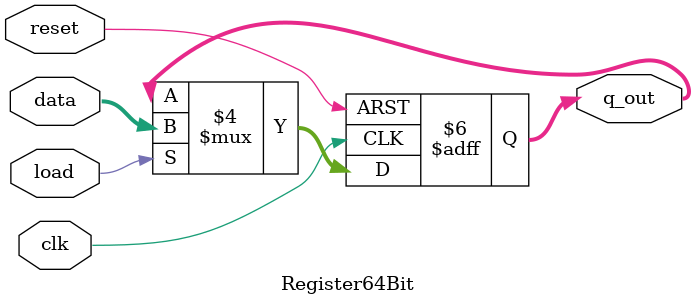
<source format=v>
module Register64Bit(q_out, data, reset, load, clk);

	input [63:0] data;
	input clk;
	input reset;
	input load;
	output reg[63:0] q_out;

	initial begin
		q_out <= 0;
	
	end

	always@(posedge clk or posedge reset) begin
		if(reset) begin
			q_out <= 0;
		end else if(load) begin
			q_out <= data;
		end else begin
			q_out <= q_out;
		end
		
	end

endmodule
</source>
